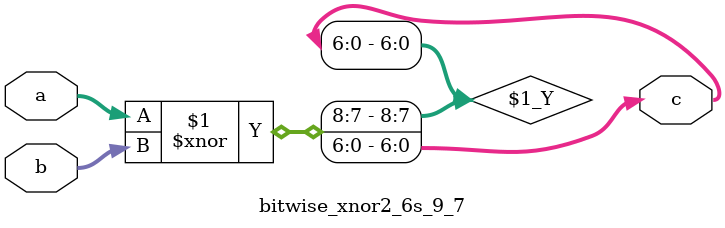
<source format=v>
module bitwise_xnor2_6s_9_7(a, b, c);
  input signed [5:0] a;
  input [8:0] b;
  output [6:0] c;
  assign c = a ^~ b;
endmodule

</source>
